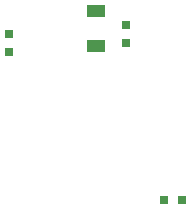
<source format=gbr>
G04 #@! TF.FileFunction,Paste,Top*
%FSLAX46Y46*%
G04 Gerber Fmt 4.6, Leading zero omitted, Abs format (unit mm)*
G04 Created by KiCad (PCBNEW 4.0.6-e0-6349~53~ubuntu16.04.1) date Sat Mar 25 19:46:27 2017*
%MOMM*%
%LPD*%
G01*
G04 APERTURE LIST*
%ADD10C,0.100000*%
%ADD11R,0.750000X0.800000*%
%ADD12R,0.800000X0.750000*%
%ADD13R,1.600000X1.000000*%
G04 APERTURE END LIST*
D10*
D11*
X138100000Y-113000000D03*
X138100000Y-111500000D03*
X148000000Y-112250000D03*
X148000000Y-110750000D03*
D12*
X152750000Y-125500000D03*
X151250000Y-125500000D03*
D13*
X145500000Y-112500000D03*
X145500000Y-109500000D03*
M02*

</source>
